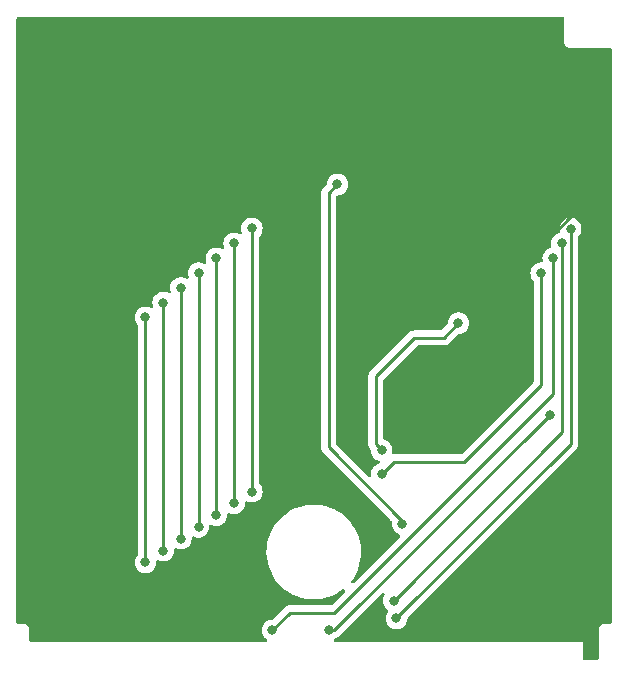
<source format=gbl>
G04 #@! TF.GenerationSoftware,KiCad,Pcbnew,(6.0.6)*
G04 #@! TF.CreationDate,2022-11-05T17:07:15-04:00*
G04 #@! TF.ProjectId,isaacCart,69736161-6343-4617-9274-2e6b69636164,rev?*
G04 #@! TF.SameCoordinates,Original*
G04 #@! TF.FileFunction,Copper,L2,Bot*
G04 #@! TF.FilePolarity,Positive*
%FSLAX46Y46*%
G04 Gerber Fmt 4.6, Leading zero omitted, Abs format (unit mm)*
G04 Created by KiCad (PCBNEW (6.0.6)) date 2022-11-05 17:07:15*
%MOMM*%
%LPD*%
G01*
G04 APERTURE LIST*
G04 #@! TA.AperFunction,ViaPad*
%ADD10C,0.800000*%
G04 #@! TD*
G04 #@! TA.AperFunction,Conductor*
%ADD11C,0.250000*%
G04 #@! TD*
G04 APERTURE END LIST*
D10*
X145528576Y-104531424D03*
X151440000Y-95370000D03*
X114440000Y-104120000D03*
X114440000Y-124870000D03*
X115940000Y-123870000D03*
X115940000Y-102870000D03*
X117440000Y-122870000D03*
X117440000Y-101620000D03*
X118940000Y-100370000D03*
X118940000Y-121870000D03*
X120440000Y-120870000D03*
X120440000Y-99120000D03*
X121940000Y-119870000D03*
X121940000Y-97855500D03*
X123440000Y-118870000D03*
X123440000Y-96585500D03*
X125190000Y-130620000D03*
X148965500Y-99120000D03*
X134465500Y-117370000D03*
X147940000Y-100370000D03*
X140940000Y-104620000D03*
X134440000Y-115370497D03*
X129940000Y-130620000D03*
X148690000Y-112370000D03*
X130690000Y-92870000D03*
X136190000Y-121620000D03*
X135440000Y-128120000D03*
X149690000Y-97870000D03*
X150440000Y-96620000D03*
X135690000Y-129620000D03*
D11*
X136190000Y-121370000D02*
X136190000Y-121620000D01*
X129940000Y-115120000D02*
X136190000Y-121370000D01*
X130690000Y-92870000D02*
X129940000Y-93620000D01*
X129940000Y-93620000D02*
X129940000Y-115120000D01*
X133940000Y-114870497D02*
X134440000Y-115370497D01*
X133940000Y-109120000D02*
X133940000Y-114870497D01*
X137190000Y-105870000D02*
X133940000Y-109120000D01*
X139690000Y-105870000D02*
X137190000Y-105870000D01*
X140940000Y-104620000D02*
X139690000Y-105870000D01*
X148940000Y-110620000D02*
X148940000Y-99145500D01*
X130440000Y-129120000D02*
X148940000Y-110620000D01*
X148940000Y-99145500D02*
X148965500Y-99120000D01*
X126690000Y-129120000D02*
X130440000Y-129120000D01*
X125190000Y-130620000D02*
X126690000Y-129120000D01*
X129940000Y-130620000D02*
X130440000Y-130620000D01*
X130440000Y-130620000D02*
X148690000Y-112370000D01*
X147940000Y-109870000D02*
X147940000Y-100370000D01*
X141440000Y-116370000D02*
X147940000Y-109870000D01*
X134465500Y-117370000D02*
X135465500Y-116370000D01*
X135465500Y-116370000D02*
X141440000Y-116370000D01*
X145940000Y-100094695D02*
X150664695Y-95370000D01*
X150664695Y-95370000D02*
X151440000Y-95370000D01*
X145940000Y-104120000D02*
X145940000Y-100094695D01*
X145528576Y-104531424D02*
X145940000Y-104120000D01*
X150440000Y-114870000D02*
X135690000Y-129620000D01*
X150440000Y-96620000D02*
X150440000Y-114870000D01*
X149690000Y-113870000D02*
X135440000Y-128120000D01*
X149690000Y-97870000D02*
X149690000Y-113870000D01*
X123440000Y-96585500D02*
X123440000Y-118870000D01*
X121940000Y-97855500D02*
X121940000Y-119870000D01*
X120440000Y-99120000D02*
X120440000Y-120870000D01*
X118940000Y-100370000D02*
X118940000Y-121870000D01*
X117440000Y-101620000D02*
X117440000Y-122870000D01*
X115940000Y-102870000D02*
X115940000Y-123870000D01*
X114440000Y-104120000D02*
X114440000Y-124870000D01*
G04 #@! TA.AperFunction,Conductor*
G36*
X149838621Y-78723502D02*
G01*
X149885114Y-78777158D01*
X149896500Y-78829500D01*
X149896500Y-80786377D01*
X149896498Y-80787147D01*
X149896024Y-80864721D01*
X149898491Y-80873352D01*
X149904150Y-80893153D01*
X149907728Y-80909915D01*
X149911920Y-80939187D01*
X149915634Y-80947355D01*
X149915634Y-80947356D01*
X149922548Y-80962562D01*
X149928996Y-80980086D01*
X149936051Y-81004771D01*
X149940843Y-81012365D01*
X149940844Y-81012368D01*
X149951830Y-81029780D01*
X149959969Y-81044863D01*
X149972208Y-81071782D01*
X149978069Y-81078584D01*
X149988970Y-81091235D01*
X150000073Y-81106239D01*
X150013776Y-81127958D01*
X150020501Y-81133897D01*
X150020504Y-81133901D01*
X150035938Y-81147532D01*
X150047982Y-81159724D01*
X150061427Y-81175327D01*
X150061430Y-81175329D01*
X150067287Y-81182127D01*
X150074816Y-81187007D01*
X150074817Y-81187008D01*
X150088835Y-81196094D01*
X150103709Y-81207385D01*
X150116217Y-81218431D01*
X150122951Y-81224378D01*
X150149711Y-81236942D01*
X150164691Y-81245263D01*
X150181983Y-81256471D01*
X150181988Y-81256473D01*
X150189515Y-81261352D01*
X150198108Y-81263922D01*
X150198113Y-81263924D01*
X150214120Y-81268711D01*
X150231564Y-81275372D01*
X150246676Y-81282467D01*
X150246678Y-81282468D01*
X150254800Y-81286281D01*
X150263667Y-81287662D01*
X150263668Y-81287662D01*
X150273310Y-81289163D01*
X150284017Y-81290830D01*
X150300732Y-81294613D01*
X150320466Y-81300515D01*
X150320472Y-81300516D01*
X150329066Y-81303086D01*
X150338037Y-81303141D01*
X150338038Y-81303141D01*
X150348097Y-81303202D01*
X150363506Y-81303296D01*
X150364289Y-81303329D01*
X150365386Y-81303500D01*
X150396377Y-81303500D01*
X150397147Y-81303502D01*
X150470785Y-81303952D01*
X150470786Y-81303952D01*
X150474721Y-81303976D01*
X150476065Y-81303592D01*
X150477410Y-81303500D01*
X153770500Y-81303500D01*
X153838621Y-81323502D01*
X153885114Y-81377158D01*
X153896500Y-81429500D01*
X153896500Y-129960500D01*
X153876498Y-130028621D01*
X153822842Y-130075114D01*
X153770500Y-130086500D01*
X153313623Y-130086500D01*
X153312853Y-130086498D01*
X153312037Y-130086493D01*
X153235279Y-130086024D01*
X153212918Y-130092415D01*
X153206847Y-130094150D01*
X153190085Y-130097728D01*
X153160813Y-130101920D01*
X153152645Y-130105634D01*
X153152644Y-130105634D01*
X153137438Y-130112548D01*
X153119914Y-130118996D01*
X153095229Y-130126051D01*
X153087635Y-130130843D01*
X153087632Y-130130844D01*
X153070220Y-130141830D01*
X153055137Y-130149969D01*
X153028218Y-130162208D01*
X153021416Y-130168069D01*
X153008765Y-130178970D01*
X152993761Y-130190073D01*
X152972042Y-130203776D01*
X152966103Y-130210501D01*
X152966099Y-130210504D01*
X152952468Y-130225938D01*
X152940276Y-130237982D01*
X152924673Y-130251427D01*
X152924671Y-130251430D01*
X152917873Y-130257287D01*
X152912993Y-130264816D01*
X152912992Y-130264817D01*
X152903906Y-130278835D01*
X152892615Y-130293709D01*
X152888061Y-130298866D01*
X152875622Y-130312951D01*
X152869312Y-130326391D01*
X152863058Y-130339711D01*
X152854737Y-130354691D01*
X152843529Y-130371983D01*
X152843527Y-130371988D01*
X152838648Y-130379515D01*
X152836078Y-130388108D01*
X152836076Y-130388113D01*
X152831289Y-130404120D01*
X152824628Y-130421564D01*
X152817533Y-130436676D01*
X152813719Y-130444800D01*
X152812338Y-130453667D01*
X152812338Y-130453668D01*
X152809170Y-130474015D01*
X152805387Y-130490732D01*
X152799485Y-130510466D01*
X152799484Y-130510472D01*
X152796914Y-130519066D01*
X152796859Y-130528037D01*
X152796859Y-130528038D01*
X152796704Y-130553497D01*
X152796671Y-130554289D01*
X152796500Y-130555386D01*
X152796500Y-130586377D01*
X152796498Y-130587147D01*
X152796024Y-130664721D01*
X152796408Y-130666065D01*
X152796500Y-130667410D01*
X152796500Y-133021542D01*
X152776498Y-133089663D01*
X152722842Y-133136156D01*
X152672785Y-133147521D01*
X151624304Y-133166540D01*
X151555833Y-133147777D01*
X151508375Y-133094973D01*
X151496118Y-133045517D01*
X151440713Y-131638103D01*
X151440713Y-131638102D01*
X151440000Y-131620000D01*
X130497038Y-131620000D01*
X130428917Y-131599998D01*
X130382424Y-131546342D01*
X130372320Y-131476068D01*
X130401814Y-131411488D01*
X130422977Y-131392064D01*
X130545909Y-131302749D01*
X130551253Y-131298866D01*
X130589642Y-131256231D01*
X130636898Y-131223389D01*
X130639914Y-131222195D01*
X130651142Y-131218351D01*
X130660384Y-131215666D01*
X130693593Y-131206018D01*
X130700412Y-131201985D01*
X130700417Y-131201983D01*
X130711028Y-131195707D01*
X130728776Y-131187012D01*
X130747617Y-131179552D01*
X130783387Y-131153564D01*
X130793307Y-131147048D01*
X130824535Y-131128580D01*
X130824538Y-131128578D01*
X130831362Y-131124542D01*
X130845683Y-131110221D01*
X130860717Y-131097380D01*
X130877107Y-131085472D01*
X130905298Y-131051395D01*
X130913288Y-131042616D01*
X134472424Y-127483480D01*
X134534736Y-127449454D01*
X134605551Y-127454519D01*
X134662387Y-127497066D01*
X134687198Y-127563586D01*
X134670638Y-127635575D01*
X134605473Y-127748444D01*
X134546458Y-127930072D01*
X134545768Y-127936633D01*
X134545768Y-127936635D01*
X134538916Y-128001829D01*
X134526496Y-128120000D01*
X134546458Y-128309928D01*
X134605473Y-128491556D01*
X134608776Y-128497278D01*
X134608777Y-128497279D01*
X134609763Y-128498986D01*
X134700960Y-128656944D01*
X134828747Y-128798866D01*
X134834089Y-128802747D01*
X134834091Y-128802749D01*
X134944107Y-128882680D01*
X134987461Y-128938902D01*
X134993536Y-129009638D01*
X134963686Y-129068923D01*
X134950960Y-129083056D01*
X134855473Y-129248444D01*
X134796458Y-129430072D01*
X134776496Y-129620000D01*
X134777186Y-129626565D01*
X134792630Y-129773502D01*
X134796458Y-129809928D01*
X134855473Y-129991556D01*
X134858776Y-129997278D01*
X134858777Y-129997279D01*
X134892325Y-130055386D01*
X134950960Y-130156944D01*
X134955378Y-130161851D01*
X134955379Y-130161852D01*
X135072271Y-130291674D01*
X135078747Y-130298866D01*
X135233248Y-130411118D01*
X135239276Y-130413802D01*
X135239278Y-130413803D01*
X135388151Y-130480085D01*
X135407712Y-130488794D01*
X135501113Y-130508647D01*
X135588056Y-130527128D01*
X135588061Y-130527128D01*
X135594513Y-130528500D01*
X135785487Y-130528500D01*
X135791939Y-130527128D01*
X135791944Y-130527128D01*
X135878887Y-130508647D01*
X135972288Y-130488794D01*
X135991849Y-130480085D01*
X136140722Y-130413803D01*
X136140724Y-130413802D01*
X136146752Y-130411118D01*
X136301253Y-130298866D01*
X136307729Y-130291674D01*
X136424621Y-130161852D01*
X136424622Y-130161851D01*
X136429040Y-130156944D01*
X136487675Y-130055386D01*
X136521223Y-129997279D01*
X136521224Y-129997278D01*
X136524527Y-129991556D01*
X136583542Y-129809928D01*
X136587371Y-129773502D01*
X136600907Y-129644707D01*
X136627920Y-129579050D01*
X136637122Y-129568782D01*
X150832253Y-115373652D01*
X150840539Y-115366112D01*
X150847018Y-115362000D01*
X150893644Y-115312348D01*
X150896398Y-115309507D01*
X150916135Y-115289770D01*
X150918615Y-115286573D01*
X150926320Y-115277551D01*
X150956586Y-115245321D01*
X150960405Y-115238375D01*
X150960407Y-115238372D01*
X150966348Y-115227566D01*
X150977199Y-115211047D01*
X150984758Y-115201301D01*
X150989614Y-115195041D01*
X150992759Y-115187772D01*
X150992762Y-115187768D01*
X151007174Y-115154463D01*
X151012391Y-115143813D01*
X151033695Y-115105060D01*
X151038733Y-115085437D01*
X151045137Y-115066734D01*
X151050033Y-115055420D01*
X151050033Y-115055419D01*
X151053181Y-115048145D01*
X151054420Y-115040322D01*
X151054423Y-115040312D01*
X151060099Y-115004476D01*
X151062505Y-114992856D01*
X151071528Y-114957711D01*
X151071528Y-114957710D01*
X151073500Y-114950030D01*
X151073500Y-114929776D01*
X151075051Y-114910065D01*
X151076980Y-114897886D01*
X151078220Y-114890057D01*
X151074059Y-114846038D01*
X151073500Y-114834181D01*
X151073500Y-97322524D01*
X151093502Y-97254403D01*
X151105858Y-97238221D01*
X151179040Y-97156944D01*
X151237314Y-97056010D01*
X151271223Y-96997279D01*
X151271224Y-96997278D01*
X151274527Y-96991556D01*
X151333542Y-96809928D01*
X151353504Y-96620000D01*
X151333542Y-96430072D01*
X151274527Y-96248444D01*
X151179040Y-96083056D01*
X151051253Y-95941134D01*
X150896752Y-95828882D01*
X150890724Y-95826198D01*
X150890722Y-95826197D01*
X150728319Y-95753891D01*
X150728318Y-95753891D01*
X150722288Y-95751206D01*
X150628887Y-95731353D01*
X150541944Y-95712872D01*
X150541939Y-95712872D01*
X150535487Y-95711500D01*
X150344513Y-95711500D01*
X150338061Y-95712872D01*
X150338056Y-95712872D01*
X150251113Y-95731353D01*
X150157712Y-95751206D01*
X150151682Y-95753891D01*
X150151681Y-95753891D01*
X149989278Y-95826197D01*
X149989276Y-95826198D01*
X149983248Y-95828882D01*
X149828747Y-95941134D01*
X149700960Y-96083056D01*
X149605473Y-96248444D01*
X149546458Y-96430072D01*
X149526496Y-96620000D01*
X149546458Y-96809928D01*
X149548497Y-96816202D01*
X149548497Y-96816204D01*
X149552386Y-96828171D01*
X149554415Y-96899138D01*
X149517754Y-96959937D01*
X149458752Y-96990356D01*
X149414176Y-96999831D01*
X149414167Y-96999834D01*
X149407712Y-97001206D01*
X149401682Y-97003891D01*
X149401681Y-97003891D01*
X149239278Y-97076197D01*
X149239276Y-97076198D01*
X149233248Y-97078882D01*
X149078747Y-97191134D01*
X148950960Y-97333056D01*
X148947659Y-97338774D01*
X148863845Y-97483944D01*
X148855473Y-97498444D01*
X148796458Y-97680072D01*
X148776496Y-97870000D01*
X148796458Y-98059928D01*
X148804034Y-98083245D01*
X148806062Y-98154211D01*
X148769400Y-98215009D01*
X148710400Y-98245426D01*
X148689675Y-98249832D01*
X148689673Y-98249833D01*
X148683212Y-98251206D01*
X148677182Y-98253891D01*
X148677181Y-98253891D01*
X148514778Y-98326197D01*
X148514776Y-98326198D01*
X148508748Y-98328882D01*
X148354247Y-98441134D01*
X148226460Y-98583056D01*
X148130973Y-98748444D01*
X148071958Y-98930072D01*
X148051996Y-99120000D01*
X148071958Y-99309928D01*
X148072383Y-99311237D01*
X148067128Y-99380095D01*
X148024311Y-99436727D01*
X147957673Y-99461220D01*
X147949284Y-99461500D01*
X147844513Y-99461500D01*
X147838061Y-99462872D01*
X147838056Y-99462872D01*
X147752434Y-99481072D01*
X147657712Y-99501206D01*
X147651682Y-99503891D01*
X147651681Y-99503891D01*
X147489278Y-99576197D01*
X147489276Y-99576198D01*
X147483248Y-99578882D01*
X147328747Y-99691134D01*
X147200960Y-99833056D01*
X147105473Y-99998444D01*
X147046458Y-100180072D01*
X147026496Y-100370000D01*
X147046458Y-100559928D01*
X147105473Y-100741556D01*
X147108776Y-100747278D01*
X147108777Y-100747279D01*
X147114476Y-100757150D01*
X147200960Y-100906944D01*
X147274137Y-100988215D01*
X147304853Y-101052221D01*
X147306500Y-101072524D01*
X147306500Y-109555405D01*
X147286498Y-109623526D01*
X147269595Y-109644500D01*
X141214500Y-115699595D01*
X141152188Y-115733621D01*
X141125405Y-115736500D01*
X135544268Y-115736500D01*
X135533085Y-115735973D01*
X135525592Y-115734298D01*
X135517666Y-115734547D01*
X135517665Y-115734547D01*
X135457502Y-115736438D01*
X135453544Y-115736500D01*
X135449756Y-115736500D01*
X135381635Y-115716498D01*
X135335142Y-115662842D01*
X135325038Y-115592568D01*
X135329922Y-115571567D01*
X135331502Y-115566704D01*
X135331502Y-115566702D01*
X135333542Y-115560425D01*
X135335614Y-115540717D01*
X135352814Y-115377062D01*
X135353504Y-115370497D01*
X135347425Y-115312659D01*
X135334232Y-115187132D01*
X135334232Y-115187130D01*
X135333542Y-115180569D01*
X135274527Y-114998941D01*
X135179040Y-114833553D01*
X135158199Y-114810406D01*
X135055675Y-114696542D01*
X135055674Y-114696541D01*
X135051253Y-114691631D01*
X134896752Y-114579379D01*
X134890724Y-114576695D01*
X134890722Y-114576694D01*
X134728319Y-114504388D01*
X134728318Y-114504388D01*
X134722288Y-114501703D01*
X134673303Y-114491291D01*
X134610830Y-114457563D01*
X134576508Y-114395413D01*
X134573500Y-114368044D01*
X134573500Y-109434594D01*
X134593502Y-109366473D01*
X134610405Y-109345499D01*
X137415500Y-106540405D01*
X137477812Y-106506379D01*
X137504595Y-106503500D01*
X139611233Y-106503500D01*
X139622416Y-106504027D01*
X139629909Y-106505702D01*
X139637835Y-106505453D01*
X139637836Y-106505453D01*
X139697986Y-106503562D01*
X139701945Y-106503500D01*
X139729856Y-106503500D01*
X139733791Y-106503003D01*
X139733856Y-106502995D01*
X139745693Y-106502062D01*
X139777951Y-106501048D01*
X139781970Y-106500922D01*
X139789889Y-106500673D01*
X139809343Y-106495021D01*
X139828700Y-106491013D01*
X139840930Y-106489468D01*
X139840931Y-106489468D01*
X139848797Y-106488474D01*
X139856168Y-106485555D01*
X139856170Y-106485555D01*
X139889912Y-106472196D01*
X139901142Y-106468351D01*
X139935983Y-106458229D01*
X139935984Y-106458229D01*
X139943593Y-106456018D01*
X139950412Y-106451985D01*
X139950417Y-106451983D01*
X139961028Y-106445707D01*
X139978776Y-106437012D01*
X139997617Y-106429552D01*
X140033387Y-106403564D01*
X140043307Y-106397048D01*
X140074535Y-106378580D01*
X140074538Y-106378578D01*
X140081362Y-106374542D01*
X140095683Y-106360221D01*
X140110717Y-106347380D01*
X140120694Y-106340131D01*
X140127107Y-106335472D01*
X140132157Y-106329368D01*
X140132162Y-106329363D01*
X140155293Y-106301402D01*
X140163283Y-106292621D01*
X140890501Y-105565404D01*
X140952813Y-105531379D01*
X140979596Y-105528500D01*
X141035487Y-105528500D01*
X141041939Y-105527128D01*
X141041944Y-105527128D01*
X141128888Y-105508647D01*
X141222288Y-105488794D01*
X141335015Y-105438605D01*
X141390722Y-105413803D01*
X141390724Y-105413802D01*
X141396752Y-105411118D01*
X141405823Y-105404528D01*
X141490574Y-105342952D01*
X141551253Y-105298866D01*
X141555675Y-105293955D01*
X141674621Y-105161852D01*
X141674622Y-105161851D01*
X141679040Y-105156944D01*
X141774527Y-104991556D01*
X141833542Y-104809928D01*
X141841080Y-104738213D01*
X141852814Y-104626565D01*
X141853504Y-104620000D01*
X141833542Y-104430072D01*
X141774527Y-104248444D01*
X141679040Y-104083056D01*
X141551253Y-103941134D01*
X141396752Y-103828882D01*
X141390724Y-103826198D01*
X141390722Y-103826197D01*
X141228319Y-103753891D01*
X141228318Y-103753891D01*
X141222288Y-103751206D01*
X141128887Y-103731353D01*
X141041944Y-103712872D01*
X141041939Y-103712872D01*
X141035487Y-103711500D01*
X140844513Y-103711500D01*
X140838061Y-103712872D01*
X140838056Y-103712872D01*
X140751113Y-103731353D01*
X140657712Y-103751206D01*
X140651682Y-103753891D01*
X140651681Y-103753891D01*
X140489278Y-103826197D01*
X140489276Y-103826198D01*
X140483248Y-103828882D01*
X140328747Y-103941134D01*
X140200960Y-104083056D01*
X140105473Y-104248444D01*
X140046458Y-104430072D01*
X140045768Y-104436633D01*
X140045768Y-104436635D01*
X140029093Y-104595292D01*
X140002080Y-104660949D01*
X139992878Y-104671218D01*
X139464499Y-105199596D01*
X139402187Y-105233621D01*
X139375404Y-105236500D01*
X137268767Y-105236500D01*
X137257584Y-105235973D01*
X137250091Y-105234298D01*
X137242165Y-105234547D01*
X137242164Y-105234547D01*
X137182014Y-105236438D01*
X137178055Y-105236500D01*
X137150144Y-105236500D01*
X137146210Y-105236997D01*
X137146209Y-105236997D01*
X137146144Y-105237005D01*
X137134307Y-105237938D01*
X137102049Y-105238952D01*
X137098030Y-105239078D01*
X137090111Y-105239327D01*
X137070657Y-105244979D01*
X137051300Y-105248987D01*
X137039070Y-105250532D01*
X137039069Y-105250532D01*
X137031203Y-105251526D01*
X137023832Y-105254445D01*
X137023830Y-105254445D01*
X136990088Y-105267804D01*
X136978858Y-105271649D01*
X136944017Y-105281771D01*
X136944016Y-105281771D01*
X136936407Y-105283982D01*
X136929588Y-105288015D01*
X136929583Y-105288017D01*
X136918972Y-105294293D01*
X136901224Y-105302988D01*
X136882383Y-105310448D01*
X136875967Y-105315110D01*
X136875966Y-105315110D01*
X136846613Y-105336436D01*
X136836693Y-105342952D01*
X136805465Y-105361420D01*
X136805462Y-105361422D01*
X136798638Y-105365458D01*
X136784317Y-105379779D01*
X136769284Y-105392619D01*
X136752893Y-105404528D01*
X136745220Y-105413803D01*
X136724702Y-105438605D01*
X136716712Y-105447384D01*
X133547747Y-108616348D01*
X133539461Y-108623888D01*
X133532982Y-108628000D01*
X133527557Y-108633777D01*
X133486357Y-108677651D01*
X133483602Y-108680493D01*
X133463865Y-108700230D01*
X133461385Y-108703427D01*
X133453682Y-108712447D01*
X133423414Y-108744679D01*
X133419595Y-108751625D01*
X133419593Y-108751628D01*
X133413652Y-108762434D01*
X133402801Y-108778953D01*
X133390386Y-108794959D01*
X133387241Y-108802228D01*
X133387238Y-108802232D01*
X133372826Y-108835537D01*
X133367609Y-108846187D01*
X133346305Y-108884940D01*
X133344334Y-108892615D01*
X133344334Y-108892616D01*
X133341267Y-108904562D01*
X133334863Y-108923266D01*
X133326819Y-108941855D01*
X133325580Y-108949678D01*
X133325577Y-108949688D01*
X133319901Y-108985524D01*
X133317495Y-108997144D01*
X133306500Y-109039970D01*
X133306500Y-109060224D01*
X133304949Y-109079934D01*
X133301780Y-109099943D01*
X133302526Y-109107835D01*
X133305941Y-109143961D01*
X133306500Y-109155819D01*
X133306500Y-114791730D01*
X133305973Y-114802913D01*
X133304298Y-114810406D01*
X133304547Y-114818332D01*
X133304547Y-114818333D01*
X133306438Y-114878483D01*
X133306500Y-114882442D01*
X133306500Y-114910353D01*
X133306997Y-114914287D01*
X133306997Y-114914288D01*
X133307005Y-114914353D01*
X133307938Y-114926190D01*
X133309327Y-114970386D01*
X133314978Y-114989836D01*
X133318987Y-115009197D01*
X133321526Y-115029294D01*
X133324445Y-115036665D01*
X133324445Y-115036667D01*
X133337804Y-115070409D01*
X133341649Y-115081639D01*
X133353982Y-115124090D01*
X133358015Y-115130909D01*
X133358017Y-115130914D01*
X133364293Y-115141525D01*
X133372988Y-115159273D01*
X133380448Y-115178114D01*
X133385110Y-115184530D01*
X133385110Y-115184531D01*
X133406436Y-115213884D01*
X133412952Y-115223804D01*
X133422140Y-115239339D01*
X133435458Y-115261859D01*
X133449779Y-115276180D01*
X133462619Y-115291213D01*
X133474528Y-115307604D01*
X133480636Y-115312657D01*
X133480638Y-115312659D01*
X133484586Y-115315925D01*
X133524324Y-115374759D01*
X133529580Y-115399838D01*
X133533174Y-115434034D01*
X133544387Y-115540717D01*
X133546458Y-115560425D01*
X133605473Y-115742053D01*
X133700960Y-115907441D01*
X133828747Y-116049363D01*
X133983248Y-116161615D01*
X133989276Y-116164299D01*
X133989278Y-116164300D01*
X134151681Y-116236606D01*
X134157712Y-116239291D01*
X134164167Y-116240663D01*
X134164176Y-116240666D01*
X134206738Y-116249713D01*
X134269211Y-116283441D01*
X134303532Y-116345591D01*
X134298804Y-116416430D01*
X134256527Y-116473467D01*
X134206735Y-116496206D01*
X134183212Y-116501206D01*
X134177182Y-116503891D01*
X134177181Y-116503891D01*
X134014778Y-116576197D01*
X134014776Y-116576198D01*
X134008748Y-116578882D01*
X133854247Y-116691134D01*
X133726460Y-116833056D01*
X133723159Y-116838774D01*
X133634546Y-116992256D01*
X133630973Y-116998444D01*
X133571958Y-117180072D01*
X133551996Y-117370000D01*
X133552686Y-117376565D01*
X133569545Y-117536971D01*
X133556773Y-117606809D01*
X133508271Y-117658656D01*
X133439438Y-117676050D01*
X133372128Y-117653469D01*
X133355143Y-117639239D01*
X130610405Y-114894500D01*
X130576379Y-114832188D01*
X130573500Y-114805405D01*
X130573500Y-93934594D01*
X130593502Y-93866473D01*
X130610405Y-93845499D01*
X130640499Y-93815405D01*
X130702811Y-93781379D01*
X130729594Y-93778500D01*
X130785487Y-93778500D01*
X130791939Y-93777128D01*
X130791944Y-93777128D01*
X130878887Y-93758647D01*
X130972288Y-93738794D01*
X130978319Y-93736109D01*
X131140722Y-93663803D01*
X131140724Y-93663802D01*
X131146752Y-93661118D01*
X131154046Y-93655819D01*
X131285620Y-93560224D01*
X131301253Y-93548866D01*
X131347824Y-93497144D01*
X131424621Y-93411852D01*
X131424622Y-93411851D01*
X131429040Y-93406944D01*
X131524527Y-93241556D01*
X131583542Y-93059928D01*
X131603504Y-92870000D01*
X131583542Y-92680072D01*
X131524527Y-92498444D01*
X131429040Y-92333056D01*
X131301253Y-92191134D01*
X131146752Y-92078882D01*
X131140724Y-92076198D01*
X131140722Y-92076197D01*
X130978319Y-92003891D01*
X130978318Y-92003891D01*
X130972288Y-92001206D01*
X130878888Y-91981353D01*
X130791944Y-91962872D01*
X130791939Y-91962872D01*
X130785487Y-91961500D01*
X130594513Y-91961500D01*
X130588061Y-91962872D01*
X130588056Y-91962872D01*
X130501112Y-91981353D01*
X130407712Y-92001206D01*
X130401682Y-92003891D01*
X130401681Y-92003891D01*
X130239278Y-92076197D01*
X130239276Y-92076198D01*
X130233248Y-92078882D01*
X130078747Y-92191134D01*
X129950960Y-92333056D01*
X129855473Y-92498444D01*
X129796458Y-92680072D01*
X129795768Y-92686633D01*
X129795768Y-92686635D01*
X129779093Y-92845292D01*
X129752080Y-92910949D01*
X129742878Y-92921217D01*
X129547747Y-93116348D01*
X129539461Y-93123888D01*
X129532982Y-93128000D01*
X129527557Y-93133777D01*
X129486357Y-93177651D01*
X129483602Y-93180493D01*
X129463865Y-93200230D01*
X129461385Y-93203427D01*
X129453682Y-93212447D01*
X129423414Y-93244679D01*
X129419595Y-93251625D01*
X129419593Y-93251628D01*
X129413652Y-93262434D01*
X129402801Y-93278953D01*
X129390386Y-93294959D01*
X129387241Y-93302228D01*
X129387238Y-93302232D01*
X129372826Y-93335537D01*
X129367609Y-93346187D01*
X129346305Y-93384940D01*
X129344334Y-93392615D01*
X129344334Y-93392616D01*
X129341267Y-93404562D01*
X129334863Y-93423266D01*
X129326819Y-93441855D01*
X129325580Y-93449678D01*
X129325577Y-93449688D01*
X129319901Y-93485524D01*
X129317495Y-93497144D01*
X129306500Y-93539970D01*
X129306500Y-93560224D01*
X129304949Y-93579934D01*
X129301780Y-93599943D01*
X129302526Y-93607835D01*
X129305941Y-93643961D01*
X129306500Y-93655819D01*
X129306500Y-115041233D01*
X129305973Y-115052416D01*
X129304298Y-115059909D01*
X129304547Y-115067835D01*
X129304547Y-115067836D01*
X129306438Y-115127986D01*
X129306500Y-115131945D01*
X129306500Y-115159856D01*
X129306997Y-115163790D01*
X129306997Y-115163791D01*
X129307005Y-115163856D01*
X129307938Y-115175693D01*
X129309327Y-115219889D01*
X129314697Y-115238372D01*
X129314978Y-115239339D01*
X129318987Y-115258700D01*
X129321526Y-115278797D01*
X129324445Y-115286168D01*
X129324445Y-115286170D01*
X129337804Y-115319912D01*
X129341649Y-115331142D01*
X129348456Y-115354571D01*
X129353982Y-115373593D01*
X129358015Y-115380412D01*
X129358017Y-115380417D01*
X129364293Y-115391028D01*
X129372988Y-115408776D01*
X129380448Y-115427617D01*
X129385110Y-115434033D01*
X129385110Y-115434034D01*
X129406436Y-115463387D01*
X129412952Y-115473307D01*
X129435458Y-115511362D01*
X129449779Y-115525683D01*
X129462619Y-115540716D01*
X129474528Y-115557107D01*
X129480634Y-115562158D01*
X129508605Y-115585298D01*
X129517384Y-115593288D01*
X135259450Y-121335354D01*
X135293476Y-121397666D01*
X135295665Y-121437618D01*
X135276496Y-121620000D01*
X135277186Y-121626565D01*
X135293011Y-121777128D01*
X135296458Y-121809928D01*
X135355473Y-121991556D01*
X135450960Y-122156944D01*
X135578747Y-122298866D01*
X135733248Y-122411118D01*
X135739276Y-122413802D01*
X135739278Y-122413803D01*
X135901685Y-122486111D01*
X135901688Y-122486112D01*
X135907712Y-122488794D01*
X135914162Y-122490165D01*
X135914679Y-122490333D01*
X135973284Y-122530408D01*
X136000919Y-122595805D01*
X135988811Y-122665762D01*
X135964835Y-122699260D01*
X132057215Y-126606880D01*
X131994903Y-126640906D01*
X131924088Y-126635841D01*
X131867252Y-126593294D01*
X131842441Y-126526774D01*
X131857532Y-126457400D01*
X131865990Y-126443991D01*
X132057235Y-126179310D01*
X132257695Y-125834192D01*
X132336388Y-125661118D01*
X132421589Y-125473728D01*
X132422888Y-125470871D01*
X132442923Y-125411852D01*
X132550171Y-125095906D01*
X132550172Y-125095903D01*
X132551178Y-125092939D01*
X132551882Y-125089901D01*
X132551885Y-125089891D01*
X132640593Y-124707177D01*
X132640593Y-124707175D01*
X132641298Y-124704135D01*
X132680371Y-124401226D01*
X132691956Y-124311412D01*
X132691956Y-124311409D01*
X132692357Y-124308302D01*
X132703849Y-123909355D01*
X132701528Y-123876565D01*
X132675883Y-123514375D01*
X132675661Y-123511239D01*
X132608071Y-123117892D01*
X132501749Y-122733202D01*
X132500626Y-122730300D01*
X132500623Y-122730290D01*
X132358875Y-122363895D01*
X132357745Y-122360974D01*
X132177483Y-122004889D01*
X132175804Y-122002259D01*
X132175798Y-122002248D01*
X131964427Y-121671102D01*
X131962746Y-121668468D01*
X131960817Y-121666021D01*
X131960812Y-121666014D01*
X131717602Y-121357505D01*
X131715658Y-121355039D01*
X131713483Y-121352783D01*
X131713478Y-121352777D01*
X131581472Y-121215842D01*
X131438662Y-121067699D01*
X131295466Y-120946045D01*
X131136892Y-120811326D01*
X131136883Y-120811319D01*
X131134497Y-120809292D01*
X130955557Y-120685619D01*
X130808743Y-120584149D01*
X130808734Y-120584144D01*
X130806171Y-120582372D01*
X130803436Y-120580859D01*
X130803431Y-120580856D01*
X130497911Y-120411852D01*
X130456931Y-120389183D01*
X130454062Y-120387950D01*
X130454051Y-120387945D01*
X130093098Y-120232868D01*
X130093095Y-120232867D01*
X130090230Y-120231636D01*
X130087253Y-120230695D01*
X130087249Y-120230693D01*
X129956533Y-120189353D01*
X129709695Y-120111289D01*
X129319088Y-120029331D01*
X129315970Y-120028995D01*
X128924724Y-119986837D01*
X128924721Y-119986837D01*
X128922273Y-119986573D01*
X128919810Y-119986502D01*
X128919809Y-119986502D01*
X128916559Y-119986408D01*
X128864437Y-119984907D01*
X128591023Y-119984907D01*
X128589460Y-119984985D01*
X128589452Y-119984985D01*
X128492231Y-119989825D01*
X128292621Y-119999762D01*
X128289536Y-120000226D01*
X128289534Y-120000226D01*
X127937960Y-120053083D01*
X127897944Y-120059099D01*
X127894909Y-120059870D01*
X127894908Y-120059870D01*
X127514155Y-120156569D01*
X127514152Y-120156570D01*
X127511112Y-120157342D01*
X127508165Y-120158412D01*
X127508164Y-120158412D01*
X127138888Y-120292452D01*
X127138878Y-120292456D01*
X127135950Y-120293519D01*
X126776169Y-120466284D01*
X126435325Y-120673928D01*
X126419839Y-120685619D01*
X126233624Y-120826197D01*
X126116789Y-120914398D01*
X126114507Y-120916508D01*
X126114498Y-120916515D01*
X125934336Y-121083056D01*
X125823712Y-121185316D01*
X125821640Y-121187654D01*
X125821635Y-121187659D01*
X125679437Y-121348102D01*
X125558991Y-121484002D01*
X125325245Y-121807504D01*
X125124785Y-122152622D01*
X125123495Y-122155459D01*
X125123493Y-122155463D01*
X124979962Y-122471142D01*
X124959592Y-122515943D01*
X124958584Y-122518912D01*
X124958581Y-122518920D01*
X124839406Y-122870000D01*
X124831302Y-122893875D01*
X124830598Y-122896913D01*
X124830595Y-122896923D01*
X124741887Y-123279637D01*
X124741182Y-123282679D01*
X124690123Y-123678512D01*
X124678631Y-124077459D01*
X124678852Y-124080578D01*
X124678852Y-124080585D01*
X124694975Y-124308302D01*
X124706819Y-124475575D01*
X124774409Y-124868922D01*
X124880731Y-125253612D01*
X124881854Y-125256514D01*
X124881857Y-125256524D01*
X124941949Y-125411852D01*
X125024735Y-125625840D01*
X125026148Y-125628631D01*
X125026151Y-125628638D01*
X125116141Y-125806401D01*
X125204997Y-125981925D01*
X125206676Y-125984555D01*
X125206682Y-125984566D01*
X125332603Y-126181841D01*
X125419734Y-126318346D01*
X125421663Y-126320793D01*
X125421668Y-126320800D01*
X125584046Y-126526774D01*
X125666822Y-126631775D01*
X125668997Y-126634031D01*
X125669002Y-126634037D01*
X125675624Y-126640906D01*
X125943818Y-126919115D01*
X125946211Y-126921148D01*
X126245588Y-127175488D01*
X126245597Y-127175495D01*
X126247983Y-127177522D01*
X126250563Y-127179305D01*
X126573737Y-127402665D01*
X126573746Y-127402670D01*
X126576309Y-127404442D01*
X126579044Y-127405955D01*
X126579049Y-127405958D01*
X126642639Y-127441134D01*
X126925549Y-127597631D01*
X126928418Y-127598864D01*
X126928429Y-127598869D01*
X127276576Y-127748444D01*
X127292250Y-127755178D01*
X127295227Y-127756119D01*
X127295231Y-127756121D01*
X127425947Y-127797461D01*
X127672785Y-127875525D01*
X128063392Y-127957483D01*
X128066509Y-127957819D01*
X128066510Y-127957819D01*
X128457756Y-127999977D01*
X128457759Y-127999977D01*
X128460207Y-128000241D01*
X128462670Y-128000312D01*
X128462671Y-128000312D01*
X128465921Y-128000406D01*
X128518043Y-128001907D01*
X128791457Y-128001907D01*
X128793020Y-128001829D01*
X128793028Y-128001829D01*
X128890249Y-127996989D01*
X129089859Y-127987052D01*
X129092944Y-127986588D01*
X129092946Y-127986588D01*
X129444520Y-127933731D01*
X129484536Y-127927715D01*
X129499975Y-127923794D01*
X129868325Y-127830245D01*
X129868328Y-127830244D01*
X129871368Y-127829472D01*
X129874316Y-127828402D01*
X130243592Y-127694362D01*
X130243602Y-127694358D01*
X130246530Y-127693295D01*
X130606311Y-127520530D01*
X130947155Y-127312886D01*
X131148667Y-127160760D01*
X131215086Y-127135680D01*
X131284520Y-127150491D01*
X131334925Y-127200490D01*
X131350297Y-127269802D01*
X131325756Y-127336422D01*
X131313678Y-127350417D01*
X130214500Y-128449595D01*
X130152188Y-128483621D01*
X130125405Y-128486500D01*
X126768763Y-128486500D01*
X126757579Y-128485973D01*
X126750091Y-128484299D01*
X126742168Y-128484548D01*
X126682033Y-128486438D01*
X126678075Y-128486500D01*
X126650144Y-128486500D01*
X126646229Y-128486995D01*
X126646225Y-128486995D01*
X126646167Y-128487003D01*
X126646138Y-128487006D01*
X126634296Y-128487939D01*
X126590110Y-128489327D01*
X126572744Y-128494372D01*
X126570658Y-128494978D01*
X126551306Y-128498986D01*
X126544235Y-128499880D01*
X126531203Y-128501526D01*
X126523834Y-128504443D01*
X126523832Y-128504444D01*
X126490097Y-128517800D01*
X126478869Y-128521645D01*
X126436407Y-128533982D01*
X126429585Y-128538016D01*
X126429579Y-128538019D01*
X126418968Y-128544294D01*
X126401218Y-128552990D01*
X126389756Y-128557528D01*
X126389751Y-128557531D01*
X126382383Y-128560448D01*
X126375968Y-128565109D01*
X126346625Y-128586427D01*
X126336707Y-128592943D01*
X126318019Y-128603995D01*
X126298637Y-128615458D01*
X126284313Y-128629782D01*
X126269281Y-128642621D01*
X126252893Y-128654528D01*
X126224712Y-128688593D01*
X126216722Y-128697373D01*
X125239500Y-129674595D01*
X125177188Y-129708621D01*
X125150405Y-129711500D01*
X125094513Y-129711500D01*
X125088061Y-129712872D01*
X125088056Y-129712872D01*
X125001112Y-129731353D01*
X124907712Y-129751206D01*
X124901682Y-129753891D01*
X124901681Y-129753891D01*
X124739278Y-129826197D01*
X124739276Y-129826198D01*
X124733248Y-129828882D01*
X124578747Y-129941134D01*
X124450960Y-130083056D01*
X124355473Y-130248444D01*
X124296458Y-130430072D01*
X124295768Y-130436633D01*
X124295768Y-130436635D01*
X124287104Y-130519066D01*
X124276496Y-130620000D01*
X124296458Y-130809928D01*
X124355473Y-130991556D01*
X124358776Y-130997278D01*
X124358777Y-130997279D01*
X124387384Y-131046827D01*
X124450960Y-131156944D01*
X124455378Y-131161851D01*
X124455379Y-131161852D01*
X124540358Y-131256231D01*
X124578747Y-131298866D01*
X124584089Y-131302747D01*
X124584091Y-131302749D01*
X124707023Y-131392064D01*
X124750377Y-131448286D01*
X124756452Y-131519022D01*
X124723321Y-131581814D01*
X124661501Y-131616726D01*
X124632962Y-131620000D01*
X104739500Y-131620000D01*
X104671379Y-131599998D01*
X104624886Y-131546342D01*
X104613500Y-131494000D01*
X104613500Y-130603623D01*
X104613502Y-130602853D01*
X104613800Y-130554102D01*
X104613976Y-130525279D01*
X104605850Y-130496847D01*
X104602272Y-130480085D01*
X104599352Y-130459698D01*
X104598080Y-130450813D01*
X104587451Y-130427436D01*
X104581004Y-130409913D01*
X104576416Y-130393862D01*
X104573949Y-130385229D01*
X104569156Y-130377632D01*
X104558170Y-130360220D01*
X104550030Y-130345135D01*
X104547564Y-130339711D01*
X104537792Y-130318218D01*
X104521030Y-130298765D01*
X104509927Y-130283761D01*
X104496224Y-130262042D01*
X104489499Y-130256103D01*
X104489496Y-130256099D01*
X104474062Y-130242468D01*
X104462018Y-130230276D01*
X104448573Y-130214673D01*
X104448570Y-130214671D01*
X104442713Y-130207873D01*
X104429009Y-130198990D01*
X104421165Y-130193906D01*
X104406291Y-130182615D01*
X104393783Y-130171569D01*
X104393782Y-130171568D01*
X104387049Y-130165622D01*
X104360287Y-130153057D01*
X104345309Y-130144737D01*
X104328017Y-130133529D01*
X104328012Y-130133527D01*
X104320485Y-130128648D01*
X104311892Y-130126078D01*
X104311887Y-130126076D01*
X104295880Y-130121289D01*
X104278436Y-130114628D01*
X104263324Y-130107533D01*
X104263322Y-130107532D01*
X104255200Y-130103719D01*
X104246333Y-130102338D01*
X104246332Y-130102338D01*
X104235478Y-130100648D01*
X104225983Y-130099170D01*
X104209268Y-130095387D01*
X104189534Y-130089485D01*
X104189528Y-130089484D01*
X104180934Y-130086914D01*
X104171963Y-130086859D01*
X104171962Y-130086859D01*
X104161903Y-130086798D01*
X104146494Y-130086704D01*
X104145711Y-130086671D01*
X104144614Y-130086500D01*
X104113623Y-130086500D01*
X104112853Y-130086498D01*
X104039215Y-130086048D01*
X104039214Y-130086048D01*
X104035279Y-130086024D01*
X104033935Y-130086408D01*
X104032590Y-130086500D01*
X103639500Y-130086500D01*
X103571379Y-130066498D01*
X103524886Y-130012842D01*
X103513500Y-129960500D01*
X103513500Y-124870000D01*
X113526496Y-124870000D01*
X113546458Y-125059928D01*
X113605473Y-125241556D01*
X113608776Y-125247278D01*
X113608777Y-125247279D01*
X113614115Y-125256524D01*
X113700960Y-125406944D01*
X113705378Y-125411851D01*
X113705379Y-125411852D01*
X113824325Y-125543955D01*
X113828747Y-125548866D01*
X113983248Y-125661118D01*
X113989276Y-125663802D01*
X113989278Y-125663803D01*
X114151681Y-125736109D01*
X114157712Y-125738794D01*
X114251112Y-125758647D01*
X114338056Y-125777128D01*
X114338061Y-125777128D01*
X114344513Y-125778500D01*
X114535487Y-125778500D01*
X114541939Y-125777128D01*
X114541944Y-125777128D01*
X114628888Y-125758647D01*
X114722288Y-125738794D01*
X114728319Y-125736109D01*
X114890722Y-125663803D01*
X114890724Y-125663802D01*
X114896752Y-125661118D01*
X115051253Y-125548866D01*
X115055675Y-125543955D01*
X115174621Y-125411852D01*
X115174622Y-125411851D01*
X115179040Y-125406944D01*
X115265885Y-125256524D01*
X115271223Y-125247279D01*
X115271224Y-125247278D01*
X115274527Y-125241556D01*
X115333542Y-125059928D01*
X115353504Y-124870000D01*
X115352814Y-124863433D01*
X115346915Y-124807303D01*
X115359688Y-124737465D01*
X115408190Y-124685619D01*
X115477023Y-124668225D01*
X115523471Y-124679026D01*
X115657712Y-124738794D01*
X115751113Y-124758647D01*
X115838056Y-124777128D01*
X115838061Y-124777128D01*
X115844513Y-124778500D01*
X116035487Y-124778500D01*
X116041939Y-124777128D01*
X116041944Y-124777128D01*
X116128887Y-124758647D01*
X116222288Y-124738794D01*
X116228319Y-124736109D01*
X116390722Y-124663803D01*
X116390724Y-124663802D01*
X116396752Y-124661118D01*
X116551253Y-124548866D01*
X116614458Y-124478670D01*
X116674621Y-124411852D01*
X116674622Y-124411851D01*
X116679040Y-124406944D01*
X116774527Y-124241556D01*
X116833542Y-124059928D01*
X116853504Y-123870000D01*
X116852814Y-123863433D01*
X116846915Y-123807303D01*
X116859688Y-123737465D01*
X116908190Y-123685619D01*
X116977023Y-123668225D01*
X117023471Y-123679026D01*
X117157712Y-123738794D01*
X117251112Y-123758647D01*
X117338056Y-123777128D01*
X117338061Y-123777128D01*
X117344513Y-123778500D01*
X117535487Y-123778500D01*
X117541939Y-123777128D01*
X117541944Y-123777128D01*
X117628888Y-123758647D01*
X117722288Y-123738794D01*
X117850643Y-123681647D01*
X117890722Y-123663803D01*
X117890724Y-123663802D01*
X117896752Y-123661118D01*
X118051253Y-123548866D01*
X118082309Y-123514375D01*
X118174621Y-123411852D01*
X118174622Y-123411851D01*
X118179040Y-123406944D01*
X118274527Y-123241556D01*
X118333542Y-123059928D01*
X118353504Y-122870000D01*
X118352814Y-122863433D01*
X118346915Y-122807303D01*
X118359688Y-122737465D01*
X118408190Y-122685619D01*
X118477023Y-122668225D01*
X118523471Y-122679026D01*
X118627179Y-122725200D01*
X118638612Y-122730290D01*
X118657712Y-122738794D01*
X118751112Y-122758647D01*
X118838056Y-122777128D01*
X118838061Y-122777128D01*
X118844513Y-122778500D01*
X119035487Y-122778500D01*
X119041939Y-122777128D01*
X119041944Y-122777128D01*
X119128888Y-122758647D01*
X119222288Y-122738794D01*
X119234848Y-122733202D01*
X119390722Y-122663803D01*
X119390724Y-122663802D01*
X119396752Y-122661118D01*
X119551253Y-122548866D01*
X119569591Y-122528500D01*
X119674621Y-122411852D01*
X119674622Y-122411851D01*
X119679040Y-122406944D01*
X119774527Y-122241556D01*
X119833542Y-122059928D01*
X119853504Y-121870000D01*
X119852814Y-121863433D01*
X119846915Y-121807303D01*
X119859688Y-121737465D01*
X119908190Y-121685619D01*
X119977023Y-121668225D01*
X120023471Y-121679026D01*
X120157712Y-121738794D01*
X120251112Y-121758647D01*
X120338056Y-121777128D01*
X120338061Y-121777128D01*
X120344513Y-121778500D01*
X120535487Y-121778500D01*
X120541939Y-121777128D01*
X120541944Y-121777128D01*
X120628888Y-121758647D01*
X120722288Y-121738794D01*
X120841722Y-121685619D01*
X120890722Y-121663803D01*
X120890724Y-121663802D01*
X120896752Y-121661118D01*
X121051253Y-121548866D01*
X121156222Y-121432286D01*
X121174621Y-121411852D01*
X121174622Y-121411851D01*
X121179040Y-121406944D01*
X121274527Y-121241556D01*
X121333542Y-121059928D01*
X121345512Y-120946045D01*
X121352814Y-120876565D01*
X121353504Y-120870000D01*
X121352814Y-120863433D01*
X121346915Y-120807303D01*
X121359688Y-120737465D01*
X121408190Y-120685619D01*
X121477023Y-120668225D01*
X121523471Y-120679026D01*
X121657712Y-120738794D01*
X121716106Y-120751206D01*
X121838056Y-120777128D01*
X121838061Y-120777128D01*
X121844513Y-120778500D01*
X122035487Y-120778500D01*
X122041939Y-120777128D01*
X122041944Y-120777128D01*
X122163894Y-120751206D01*
X122222288Y-120738794D01*
X122341722Y-120685619D01*
X122390722Y-120663803D01*
X122390724Y-120663802D01*
X122396752Y-120661118D01*
X122551253Y-120548866D01*
X122679040Y-120406944D01*
X122774527Y-120241556D01*
X122833542Y-120059928D01*
X122853504Y-119870000D01*
X122852814Y-119863433D01*
X122846915Y-119807303D01*
X122859688Y-119737465D01*
X122908190Y-119685619D01*
X122977023Y-119668225D01*
X123023471Y-119679026D01*
X123157712Y-119738794D01*
X123251113Y-119758647D01*
X123338056Y-119777128D01*
X123338061Y-119777128D01*
X123344513Y-119778500D01*
X123535487Y-119778500D01*
X123541939Y-119777128D01*
X123541944Y-119777128D01*
X123628887Y-119758647D01*
X123722288Y-119738794D01*
X123841722Y-119685619D01*
X123890722Y-119663803D01*
X123890724Y-119663802D01*
X123896752Y-119661118D01*
X124051253Y-119548866D01*
X124179040Y-119406944D01*
X124274527Y-119241556D01*
X124333542Y-119059928D01*
X124353504Y-118870000D01*
X124333542Y-118680072D01*
X124274527Y-118498444D01*
X124179040Y-118333056D01*
X124105863Y-118251785D01*
X124075147Y-118187779D01*
X124073500Y-118167476D01*
X124073500Y-97288024D01*
X124093502Y-97219903D01*
X124105858Y-97203721D01*
X124179040Y-97122444D01*
X124274527Y-96957056D01*
X124333542Y-96775428D01*
X124353504Y-96585500D01*
X124333542Y-96395572D01*
X124274527Y-96213944D01*
X124179040Y-96048556D01*
X124051253Y-95906634D01*
X123896752Y-95794382D01*
X123890724Y-95791698D01*
X123890722Y-95791697D01*
X123728319Y-95719391D01*
X123728318Y-95719391D01*
X123722288Y-95716706D01*
X123628887Y-95696853D01*
X123541944Y-95678372D01*
X123541939Y-95678372D01*
X123535487Y-95677000D01*
X123344513Y-95677000D01*
X123338061Y-95678372D01*
X123338056Y-95678372D01*
X123251113Y-95696853D01*
X123157712Y-95716706D01*
X123151682Y-95719391D01*
X123151681Y-95719391D01*
X122989278Y-95791697D01*
X122989276Y-95791698D01*
X122983248Y-95794382D01*
X122828747Y-95906634D01*
X122700960Y-96048556D01*
X122605473Y-96213944D01*
X122546458Y-96395572D01*
X122526496Y-96585500D01*
X122546458Y-96775428D01*
X122595787Y-96927246D01*
X122597815Y-96998212D01*
X122561152Y-97059010D01*
X122497440Y-97090335D01*
X122426906Y-97082243D01*
X122407856Y-97071485D01*
X122407811Y-97071564D01*
X122402093Y-97068263D01*
X122396752Y-97064382D01*
X122390724Y-97061698D01*
X122390722Y-97061697D01*
X122228319Y-96989391D01*
X122228318Y-96989391D01*
X122222288Y-96986706D01*
X122103704Y-96961500D01*
X122041944Y-96948372D01*
X122041939Y-96948372D01*
X122035487Y-96947000D01*
X121844513Y-96947000D01*
X121838061Y-96948372D01*
X121838056Y-96948372D01*
X121776296Y-96961500D01*
X121657712Y-96986706D01*
X121651682Y-96989391D01*
X121651681Y-96989391D01*
X121489278Y-97061697D01*
X121489276Y-97061698D01*
X121483248Y-97064382D01*
X121477907Y-97068262D01*
X121477906Y-97068263D01*
X121457949Y-97082763D01*
X121328747Y-97176634D01*
X121324326Y-97181544D01*
X121324325Y-97181545D01*
X121258724Y-97254403D01*
X121200960Y-97318556D01*
X121105473Y-97483944D01*
X121046458Y-97665572D01*
X121026496Y-97855500D01*
X121046458Y-98045428D01*
X121048498Y-98051706D01*
X121093447Y-98190045D01*
X121095475Y-98261012D01*
X121058812Y-98321810D01*
X120995100Y-98353136D01*
X120924566Y-98345043D01*
X120908021Y-98335700D01*
X120907811Y-98336064D01*
X120902093Y-98332763D01*
X120896752Y-98328882D01*
X120890724Y-98326198D01*
X120890722Y-98326197D01*
X120728319Y-98253891D01*
X120728318Y-98253891D01*
X120722288Y-98251206D01*
X120608672Y-98227056D01*
X120541944Y-98212872D01*
X120541939Y-98212872D01*
X120535487Y-98211500D01*
X120344513Y-98211500D01*
X120338061Y-98212872D01*
X120338056Y-98212872D01*
X120271328Y-98227056D01*
X120157712Y-98251206D01*
X120151682Y-98253891D01*
X120151681Y-98253891D01*
X119989278Y-98326197D01*
X119989276Y-98326198D01*
X119983248Y-98328882D01*
X119828747Y-98441134D01*
X119700960Y-98583056D01*
X119605473Y-98748444D01*
X119546458Y-98930072D01*
X119526496Y-99120000D01*
X119546458Y-99309928D01*
X119548498Y-99316206D01*
X119587481Y-99436183D01*
X119589509Y-99507150D01*
X119552846Y-99567948D01*
X119489134Y-99599274D01*
X119418600Y-99591181D01*
X119404645Y-99584236D01*
X119402093Y-99582762D01*
X119396752Y-99578882D01*
X119390722Y-99576197D01*
X119228319Y-99503891D01*
X119228318Y-99503891D01*
X119222288Y-99501206D01*
X119127566Y-99481072D01*
X119041944Y-99462872D01*
X119041939Y-99462872D01*
X119035487Y-99461500D01*
X118844513Y-99461500D01*
X118838061Y-99462872D01*
X118838056Y-99462872D01*
X118752434Y-99481072D01*
X118657712Y-99501206D01*
X118651682Y-99503891D01*
X118651681Y-99503891D01*
X118489278Y-99576197D01*
X118489276Y-99576198D01*
X118483248Y-99578882D01*
X118328747Y-99691134D01*
X118200960Y-99833056D01*
X118105473Y-99998444D01*
X118046458Y-100180072D01*
X118026496Y-100370000D01*
X118046458Y-100559928D01*
X118048498Y-100566206D01*
X118087481Y-100686183D01*
X118089509Y-100757150D01*
X118052846Y-100817948D01*
X117989134Y-100849274D01*
X117918600Y-100841181D01*
X117904645Y-100834236D01*
X117902093Y-100832762D01*
X117896752Y-100828882D01*
X117890722Y-100826197D01*
X117728319Y-100753891D01*
X117728318Y-100753891D01*
X117722288Y-100751206D01*
X117628887Y-100731353D01*
X117541944Y-100712872D01*
X117541939Y-100712872D01*
X117535487Y-100711500D01*
X117344513Y-100711500D01*
X117338061Y-100712872D01*
X117338056Y-100712872D01*
X117251113Y-100731353D01*
X117157712Y-100751206D01*
X117151682Y-100753891D01*
X117151681Y-100753891D01*
X116989278Y-100826197D01*
X116989276Y-100826198D01*
X116983248Y-100828882D01*
X116828747Y-100941134D01*
X116700960Y-101083056D01*
X116605473Y-101248444D01*
X116546458Y-101430072D01*
X116526496Y-101620000D01*
X116546458Y-101809928D01*
X116548498Y-101816206D01*
X116587481Y-101936183D01*
X116589509Y-102007150D01*
X116552846Y-102067948D01*
X116489134Y-102099274D01*
X116418600Y-102091181D01*
X116404645Y-102084236D01*
X116402093Y-102082762D01*
X116396752Y-102078882D01*
X116390722Y-102076197D01*
X116228319Y-102003891D01*
X116228318Y-102003891D01*
X116222288Y-102001206D01*
X116128887Y-101981353D01*
X116041944Y-101962872D01*
X116041939Y-101962872D01*
X116035487Y-101961500D01*
X115844513Y-101961500D01*
X115838061Y-101962872D01*
X115838056Y-101962872D01*
X115751112Y-101981353D01*
X115657712Y-102001206D01*
X115651682Y-102003891D01*
X115651681Y-102003891D01*
X115489278Y-102076197D01*
X115489276Y-102076198D01*
X115483248Y-102078882D01*
X115328747Y-102191134D01*
X115200960Y-102333056D01*
X115105473Y-102498444D01*
X115046458Y-102680072D01*
X115026496Y-102870000D01*
X115046458Y-103059928D01*
X115048498Y-103066206D01*
X115087481Y-103186183D01*
X115089509Y-103257150D01*
X115052846Y-103317948D01*
X114989134Y-103349274D01*
X114918600Y-103341181D01*
X114904645Y-103334236D01*
X114902093Y-103332762D01*
X114896752Y-103328882D01*
X114890722Y-103326197D01*
X114728319Y-103253891D01*
X114728318Y-103253891D01*
X114722288Y-103251206D01*
X114628888Y-103231353D01*
X114541944Y-103212872D01*
X114541939Y-103212872D01*
X114535487Y-103211500D01*
X114344513Y-103211500D01*
X114338061Y-103212872D01*
X114338056Y-103212872D01*
X114251112Y-103231353D01*
X114157712Y-103251206D01*
X114151682Y-103253891D01*
X114151681Y-103253891D01*
X113989278Y-103326197D01*
X113989276Y-103326198D01*
X113983248Y-103328882D01*
X113828747Y-103441134D01*
X113700960Y-103583056D01*
X113697659Y-103588774D01*
X113626011Y-103712872D01*
X113605473Y-103748444D01*
X113546458Y-103930072D01*
X113526496Y-104120000D01*
X113546458Y-104309928D01*
X113605473Y-104491556D01*
X113700960Y-104656944D01*
X113774137Y-104738215D01*
X113804853Y-104802221D01*
X113806500Y-104822524D01*
X113806500Y-124167476D01*
X113786498Y-124235597D01*
X113774142Y-124251779D01*
X113700960Y-124333056D01*
X113697659Y-124338774D01*
X113616890Y-124478670D01*
X113605473Y-124498444D01*
X113546458Y-124680072D01*
X113526496Y-124870000D01*
X103513500Y-124870000D01*
X103513500Y-78829500D01*
X103533502Y-78761379D01*
X103587158Y-78714886D01*
X103639500Y-78703500D01*
X149770500Y-78703500D01*
X149838621Y-78723502D01*
G37*
G04 #@! TD.AperFunction*
M02*

</source>
